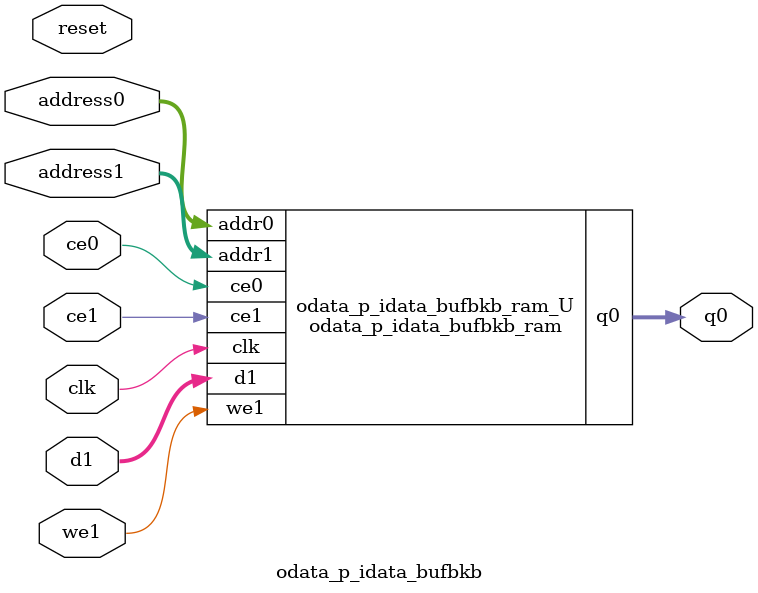
<source format=v>

`timescale 1 ns / 1 ps
module odata_p_idata_bufbkb_ram (addr0, ce0, q0, addr1, ce1, d1, we1,  clk);

parameter DWIDTH = 40;
parameter AWIDTH = 8;
parameter MEM_SIZE = 256;

input[AWIDTH-1:0] addr0;
input ce0;
output reg[DWIDTH-1:0] q0;
input[AWIDTH-1:0] addr1;
input ce1;
input[DWIDTH-1:0] d1;
input we1;
input clk;

(* ram_style = "block" *)reg [DWIDTH-1:0] ram[0:MEM_SIZE-1];




always @(posedge clk)  
begin 
    if (ce0) 
    begin
            q0 <= ram[addr0];
    end
end


always @(posedge clk)  
begin 
    if (ce1) 
    begin
        if (we1) 
        begin 
            ram[addr1] <= d1; 
        end 
    end
end


endmodule


`timescale 1 ns / 1 ps
module odata_p_idata_bufbkb(
    reset,
    clk,
    address0,
    ce0,
    q0,
    address1,
    ce1,
    we1,
    d1);

parameter DataWidth = 32'd40;
parameter AddressRange = 32'd256;
parameter AddressWidth = 32'd8;
input reset;
input clk;
input[AddressWidth - 1:0] address0;
input ce0;
output[DataWidth - 1:0] q0;
input[AddressWidth - 1:0] address1;
input ce1;
input we1;
input[DataWidth - 1:0] d1;



odata_p_idata_bufbkb_ram odata_p_idata_bufbkb_ram_U(
    .clk( clk ),
    .addr0( address0 ),
    .ce0( ce0 ),
    .q0( q0 ),
    .addr1( address1 ),
    .ce1( ce1 ),
    .we1( we1 ),
    .d1( d1 ));

endmodule


</source>
